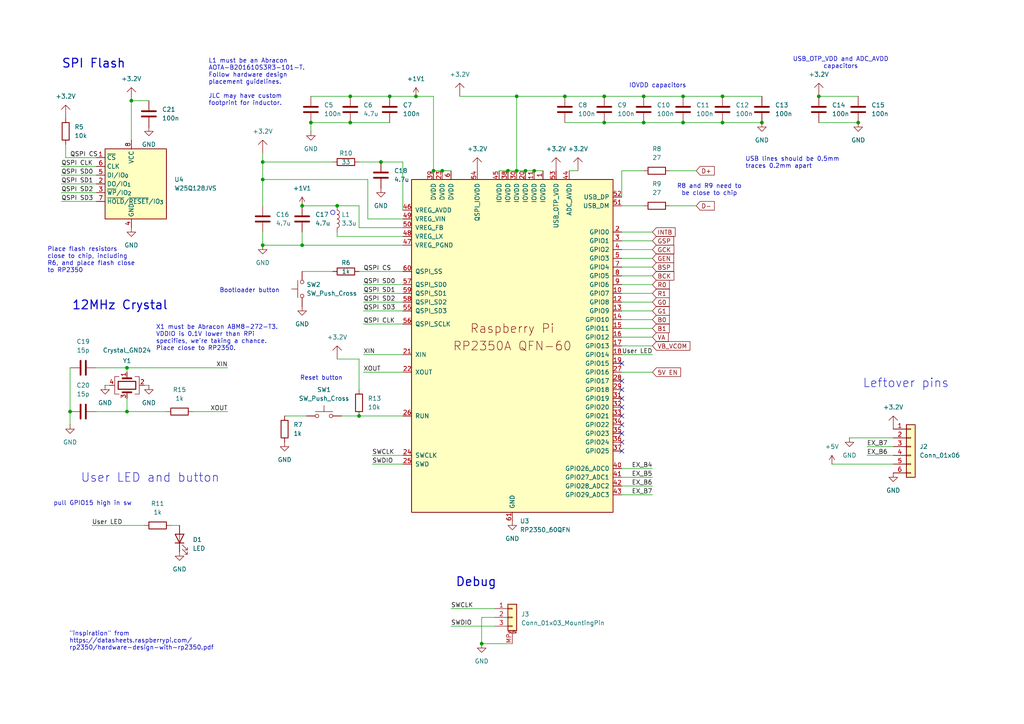
<source format=kicad_sch>
(kicad_sch (version 20250114) (generator "eeschema") (generator_version "9.0")
  (paper "A4")
  (lib_symbols
    (symbol "Connector_Generic:Conn_01x06" (pin_names (offset 1.016) (hide yes))
      (property "Reference" "J" (at 0 7.62 0))
      (property "Value" "Conn_01x06" (at 0 -10.16 0))
      (symbol "Conn_01x06_1_1"
        (rectangle (start -1.27 6.35) (end 1.27 -8.89) (stroke (width 0.254)) (fill (type background)))
        (rectangle (start -1.27 5.207) (end 0 4.953) (stroke (width 0.1524)))
        (rectangle (start -1.27 2.667) (end 0 2.413) (stroke (width 0.1524)))
        (rectangle (start -1.27 0.127) (end 0 -0.127) (stroke (width 0.1524)))
        (rectangle (start -1.27 -2.413) (end 0 -2.667) (stroke (width 0.1524)))
        (rectangle (start -1.27 -4.953) (end 0 -5.207) (stroke (width 0.1524)))
        (rectangle (start -1.27 -7.493) (end 0 -7.747) (stroke (width 0.1524)))
        (pin passive line (at -5.08 5.08 0) (length 3.81) (name "Pin_1") (number "1"))
        (pin passive line (at -5.08 2.54 0) (length 3.81) (name "Pin_2") (number "2"))
        (pin passive line (at -5.08 0 0) (length 3.81) (name "Pin_3") (number "3"))
        (pin passive line (at -5.08 -2.54 0) (length 3.81) (name "Pin_4") (number "4"))
        (pin passive line (at -5.08 -5.08 0) (length 3.81) (name "Pin_5") (number "5"))
        (pin passive line (at -5.08 -7.62 0) (length 3.81) (name "Pin_6") (number "6"))
      )
    )
    (symbol "Connector_Generic_MountingPin:Conn_01x03_MountingPin" (pin_names (offset 1.016) (hide yes))
      (property "Reference" "J" (at 0 5.08 0))
      (property "Value" "Conn_01x03_MountingPin" (at 1.27 -5.08 0))
      (symbol "Conn_01x03_MountingPin_1_1"
        (rectangle (start -1.27 3.81) (end 1.27 -3.81) (stroke (width 0.254)) (fill (type background)))
        (rectangle (start -1.27 2.667) (end 0 2.413) (stroke (width 0.1524)))
        (rectangle (start -1.27 0.127) (end 0 -0.127) (stroke (width 0.1524)))
        (rectangle (start -1.27 -2.413) (end 0 -2.667) (stroke (width 0.1524)))
        (polyline (pts (xy -1.016 -4.572) (xy 1.016 -4.572)) (stroke (width 0.1524)))
        (text "Mounting" (at 0 -4.191 0) (effects (font (size 0.381 0.381))))
        (pin passive line (at -5.08 2.54 0) (length 3.81) (name "Pin_1") (number "1"))
        (pin passive line (at -5.08 0 0) (length 3.81) (name "Pin_2") (number "2"))
        (pin passive line (at -5.08 -2.54 0) (length 3.81) (name "Pin_3") (number "3"))
        (pin passive line (at 0 -7.62 90) (length 3.048) (name "MountPin") (number "MP"))
      )
    )
    (symbol "Device:C" (pin_numbers (hide yes)) (pin_names (offset 0.254))
      (property "Reference" "C" (at 0.635 2.54 0))
      (property "Value" "C" (at 0.635 -2.54 0))
      (symbol "C_0_1"
        (polyline (pts (xy -2.032 0.762) (xy 2.032 0.762)) (stroke (width 0.508)))
        (polyline (pts (xy -2.032 -0.762) (xy 2.032 -0.762)) (stroke (width 0.508)))
      )
      (symbol "C_1_1"
        (pin passive line (at 0 3.81 270) (length 2.794) (name "~") (number "1"))
        (pin passive line (at 0 -3.81 90) (length 2.794) (name "~") (number "2"))
      )
    )
    (symbol "Device:Crystal_GND24" (pin_names (offset 1.016) (hide yes))
      (property "Reference" "Y" (at 3.175 5.08 0))
      (property "Value" "Crystal_GND24" (at 3.175 3.175 0))
      (symbol "Crystal_GND24_0_1"
        (polyline (pts (xy -2.54 2.286) (xy -2.54 3.556) (xy 2.54 3.556) (xy 2.54 2.286)))
        (polyline (pts (xy -2.54 0) (xy -2.032 0)))
        (polyline (pts (xy -2.54 -2.286) (xy -2.54 -3.556) (xy 2.54 -3.556) (xy 2.54 -2.286)))
        (polyline (pts (xy -2.032 -1.27) (xy -2.032 1.27)) (stroke (width 0.508)))
        (rectangle (start -1.143 2.54) (end 1.143 -2.54) (stroke (width 0.3048)))
        (polyline (pts (xy 0 3.556) (xy 0 3.81)))
        (polyline (pts (xy 0 -3.81) (xy 0 -3.556)))
        (polyline (pts (xy 2.032 0) (xy 2.54 0)))
        (polyline (pts (xy 2.032 -1.27) (xy 2.032 1.27)) (stroke (width 0.508)))
      )
      (symbol "Crystal_GND24_1_1"
        (pin passive line (at -3.81 0 0) (length 1.27) (name "1") (number "1"))
        (pin passive line (at 0 5.08 270) (length 1.27) (name "2") (number "2"))
        (pin passive line (at 0 -5.08 90) (length 1.27) (name "4") (number "4"))
        (pin passive line (at 3.81 0 180) (length 1.27) (name "3") (number "3"))
      )
    )
    (symbol "Device:L" (pin_numbers (hide yes)) (pin_names (offset 1.016) (hide yes))
      (property "Reference" "L" (at -1.27 0 90))
      (property "Value" "L" (at 1.905 0 90))
      (symbol "L_0_1"
        (arc (start 0 2.54) (mid 0.6323 1.905) (end 0 1.27))
        (arc (start 0 1.27) (mid 0.6323 0.635) (end 0 0))
        (arc (start 0 0) (mid 0.6323 -0.635) (end 0 -1.27))
        (arc (start 0 -1.27) (mid 0.6323 -1.905) (end 0 -2.54))
      )
      (symbol "L_1_1"
        (pin passive line (at 0 3.81 270) (length 1.27) (name "1") (number "1"))
        (pin passive line (at 0 -3.81 90) (length 1.27) (name "2") (number "2"))
      )
    )
    (symbol "Device:LED" (pin_numbers (hide yes)) (pin_names (offset 1.016) (hide yes))
      (property "Reference" "D" (at 0 2.54 0))
      (property "Value" "LED" (at 0 -2.54 0))
      (symbol "LED_0_1"
        (polyline (pts (xy -3.048 -0.762) (xy -4.572 -2.286) (xy -3.81 -2.286) (xy -4.572 -2.286) (xy -4.572 -1.524)))
        (polyline (pts (xy -1.778 -0.762) (xy -3.302 -2.286) (xy -2.54 -2.286) (xy -3.302 -2.286) (xy -3.302 -1.524)))
        (polyline (pts (xy -1.27 0) (xy 1.27 0)))
        (polyline (pts (xy -1.27 -1.27) (xy -1.27 1.27)) (stroke (width 0.254)))
        (polyline (pts (xy 1.27 -1.27) (xy 1.27 1.27) (xy -1.27 0) (xy 1.27 -1.27)) (stroke (width 0.254)))
      )
      (symbol "LED_1_1"
        (pin passive line (at -3.81 0 0) (length 2.54) (name "K") (number "1"))
        (pin passive line (at 3.81 0 180) (length 2.54) (name "A") (number "2"))
      )
    )
    (symbol "Device:R" (pin_numbers (hide yes)) (pin_names (offset 0))
      (property "Reference" "R" (at 2.032 0 90))
      (property "Value" "R" (at 0 0 90))
      (symbol "R_0_1"
        (rectangle (start -1.016 -2.54) (end 1.016 2.54) (stroke (width 0.254)))
      )
      (symbol "R_1_1"
        (pin passive line (at 0 3.81 270) (length 1.27) (name "~") (number "1"))
        (pin passive line (at 0 -3.81 90) (length 1.27) (name "~") (number "2"))
      )
    )
    (symbol "Memory_Flash:W25Q128JVS"
      (property "Reference" "U" (at -6.35 11.43 0))
      (property "Value" "W25Q128JVS" (at 7.62 11.43 0))
      (symbol "W25Q128JVS_0_1"
        (rectangle (start -7.62 10.16) (end 10.16 -10.16) (stroke (width 0.254)) (fill (type background)))
      )
      (symbol "W25Q128JVS_1_1"
        (pin input line (at -10.16 7.62 0) (length 2.54) (name "~{CS}") (number "1"))
        (pin input line (at -10.16 5.08 0) (length 2.54) (name "CLK") (number "6"))
        (pin bidirectional line (at -10.16 2.54 0) (length 2.54) (name "DI/IO_{0}") (number "5"))
        (pin bidirectional line (at -10.16 0 0) (length 2.54) (name "DO/IO_{1}") (number "2"))
        (pin bidirectional line (at -10.16 -2.54 0) (length 2.54) (name "~{WP}/IO_{2}") (number "3"))
        (pin bidirectional line (at -10.16 -5.08 0) (length 2.54) (name "~{HOLD}/~{RESET}/IO_{3}") (number "7"))
        (pin power_in line (at 0 12.7 270) (length 2.54) (name "VCC") (number "8"))
        (pin power_in line (at 0 -12.7 90) (length 2.54) (name "GND") (number "4"))
      )
    )
    (symbol "power:+1V1" (power) (pin_numbers (hide yes)) (pin_names (offset 0) (hide yes))
      (property "Value" "+1V1" (at 0 3.556 0))
      (symbol "+1V1_0_1"
        (polyline (pts (xy -0.762 1.27) (xy 0 2.54)))
        (polyline (pts (xy 0 2.54) (xy 0.762 1.27)))
        (polyline (pts (xy 0 0) (xy 0 2.54)))
      )
      (symbol "+1V1_1_1"
        (pin power_in line (at 0 0 90) (length 0) (name "~") (number "1"))
      )
    )
    (symbol "power:+5V" (power) (pin_numbers (hide yes)) (pin_names (offset 0) (hide yes))
      (property "Value" "+5V" (at 0 3.556 0))
      (symbol "+5V_0_1"
        (polyline (pts (xy -0.762 1.27) (xy 0 2.54)))
        (polyline (pts (xy 0 2.54) (xy 0.762 1.27)))
        (polyline (pts (xy 0 0) (xy 0 2.54)))
      )
      (symbol "+5V_1_1"
        (pin power_in line (at 0 0 90) (length 0) (name "~") (number "1"))
      )
    )
    (symbol "power:GND" (power) (pin_numbers (hide yes)) (pin_names (offset 0) (hide yes))
      (property "Value" "GND" (at 0 -3.81 0))
      (symbol "GND_0_1"
        (polyline (pts (xy 0 0) (xy 0 -1.27) (xy 1.27 -1.27) (xy 0 -2.54) (xy -1.27 -1.27) (xy 0 -1.27)))
      )
      (symbol "GND_1_1"
        (pin power_in line (at 0 0 270) (length 0) (name "~") (number "1"))
      )
    )
    (symbol "sharpie-hw:+3.2V" (power)
      (property "Value" "+3.2V" (at 0 0 0))
      (symbol "+3.2V_0_1"
        (polyline (pts (xy 0 0) (xy 0 3.81) (xy -1.27 2.54) (xy 0 3.81) (xy 1.27 2.54)))
      )
      (symbol "+3.2V_1_1"
        (pin power_in line (at 0 0 90) (length 0) (hide yes) (name "+3.2V") (number "1"))
      )
    )
    (symbol "sharpie-hw:RP2350_60QFN" (pin_names (offset 1.016))
      (property "Reference" "U" (at -29.21 49.53 0))
      (property "Value" "RP2350_60QFN" (at 24.13 -49.53 0))
      (symbol "RP2350_60QFN_0_0"
        (text "Raspberry Pi" (at 0 5.08 0) (effects (font (size 2.54 2.54))))
      )
      (symbol "RP2350_60QFN_0_1"
        (rectangle (start 29.21 48.26) (end -29.21 -48.26) (stroke (width 0.254)) (fill (type background)))
      )
      (symbol "RP2350_60QFN_1_0"
        (text "RP2350A QFN-60" (at 0 0 0) (effects (font (size 2.54 2.54))))
      )
      (symbol "RP2350_60QFN_1_1"
        (pin power_in line (at -31.75 39.37 0) (length 2.54) (name "VREG_AVDD") (number "46"))
        (pin power_in line (at -31.75 36.83 0) (length 2.54) (name "VREG_VIN") (number "49"))
        (pin input line (at -31.75 34.29 0) (length 2.54) (name "VREG_FB") (number "50"))
        (pin power_out line (at -31.75 31.75 0) (length 2.54) (name "VREG_LX") (number "48"))
        (pin power_in line (at -31.75 29.21 0) (length 2.54) (name "VREG_PGND") (number "47"))
        (pin bidirectional line (at -31.75 21.59 0) (length 2.54) (name "QSPI_SS") (number "60"))
        (pin bidirectional line (at -31.75 17.78 0) (length 2.54) (name "QSPI_SD0") (number "57"))
        (pin bidirectional line (at -31.75 15.24 0) (length 2.54) (name "QSPI_SD1") (number "59"))
        (pin bidirectional line (at -31.75 12.7 0) (length 2.54) (name "QSPI_SD2") (number "58"))
        (pin bidirectional line (at -31.75 10.16 0) (length 2.54) (name "QSPI_SD3") (number "55"))
        (pin output line (at -31.75 6.35 0) (length 2.54) (name "QSPI_SCLK") (number "56"))
        (pin input line (at -31.75 -2.54 0) (length 2.54) (name "XIN") (number "21"))
        (pin passive line (at -31.75 -7.62 0) (length 2.54) (name "XOUT") (number "22"))
        (pin input line (at -31.75 -20.32 0) (length 2.54) (name "RUN") (number "26"))
        (pin output line (at -31.75 -31.75 0) (length 2.54) (name "SWCLK") (number "24"))
        (pin bidirectional line (at -31.75 -34.29 0) (length 2.54) (name "SWD") (number "25"))
        (pin power_in line (at -22.86 50.8 270) (length 2.54) (name "DVDD") (number "39"))
        (pin power_in line (at -20.32 50.8 270) (length 2.54) (name "DVDD") (number "23"))
        (pin power_in line (at -17.78 50.8 270) (length 2.54) (name "DVDD") (number "6"))
        (pin power_in line (at -10.16 50.8 270) (length 2.54) (name "QSPI_IOVDD") (number "54"))
        (pin power_in line (at -3.81 50.8 270) (length 2.54) (name "IOVDD") (number "45"))
        (pin power_in line (at -1.27 50.8 270) (length 2.54) (name "IOVDD") (number "38"))
        (pin power_in line (at 0 -50.8 90) (length 2.54) (name "GND") (number "61"))
        (pin power_in line (at 1.27 50.8 270) (length 2.54) (name "IOVDD") (number "30"))
        (pin power_in line (at 3.81 50.8 270) (length 2.54) (name "IOVDD") (number "20"))
        (pin power_in line (at 6.35 50.8 270) (length 2.54) (name "IOVDD") (number "11"))
        (pin power_in line (at 8.89 50.8 270) (length 2.54) (name "IOVDD") (number "1"))
        (pin power_in line (at 12.7 50.8 270) (length 2.54) (name "USB_OTP_VDD") (number "53"))
        (pin power_in line (at 16.51 50.8 270) (length 2.54) (name "ADC_AVDD") (number "44"))
        (pin bidirectional line (at 31.75 43.18 180) (length 2.54) (name "USB_DP") (number "52"))
        (pin bidirectional line (at 31.75 40.64 180) (length 2.54) (name "USB_DM") (number "51"))
        (pin bidirectional line (at 31.75 33.02 180) (length 2.54) (name "GPIO0") (number "2"))
        (pin bidirectional line (at 31.75 30.48 180) (length 2.54) (name "GPIO1") (number "3"))
        (pin bidirectional line (at 31.75 27.94 180) (length 2.54) (name "GPIO2") (number "4"))
        (pin bidirectional line (at 31.75 25.4 180) (length 2.54) (name "GPIO3") (number "5"))
        (pin bidirectional line (at 31.75 22.86 180) (length 2.54) (name "GPIO4") (number "7"))
        (pin bidirectional line (at 31.75 20.32 180) (length 2.54) (name "GPIO5") (number "8"))
        (pin bidirectional line (at 31.75 17.78 180) (length 2.54) (name "GPIO6") (number "9"))
        (pin bidirectional line (at 31.75 15.24 180) (length 2.54) (name "GPIO7") (number "10"))
        (pin bidirectional line (at 31.75 12.7 180) (length 2.54) (name "GPIO8") (number "12"))
        (pin bidirectional line (at 31.75 10.16 180) (length 2.54) (name "GPIO9") (number "13"))
        (pin bidirectional line (at 31.75 7.62 180) (length 2.54) (name "GPIO10") (number "14"))
        (pin bidirectional line (at 31.75 5.08 180) (length 2.54) (name "GPIO11") (number "15"))
        (pin bidirectional line (at 31.75 2.54 180) (length 2.54) (name "GPIO12") (number "16"))
        (pin bidirectional line (at 31.75 0 180) (length 2.54) (name "GPIO13") (number "17"))
        (pin bidirectional line (at 31.75 -2.54 180) (length 2.54) (name "GPIO14") (number "18"))
        (pin bidirectional line (at 31.75 -5.08 180) (length 2.54) (name "GPIO15") (number "19"))
        (pin bidirectional line (at 31.75 -7.62 180) (length 2.54) (name "GPIO16") (number "27"))
        (pin bidirectional line (at 31.75 -10.16 180) (length 2.54) (name "GPIO17") (number "28"))
        (pin bidirectional line (at 31.75 -12.7 180) (length 2.54) (name "GPIO18") (number "29"))
        (pin bidirectional line (at 31.75 -15.24 180) (length 2.54) (name "GPIO19") (number "31"))
        (pin bidirectional line (at 31.75 -17.78 180) (length 2.54) (name "GPIO20") (number "32"))
        (pin bidirectional line (at 31.75 -20.32 180) (length 2.54) (name "GPIO21") (number "33"))
        (pin bidirectional line (at 31.75 -22.86 180) (length 2.54) (name "GPIO22") (number "34"))
        (pin bidirectional line (at 31.75 -25.4 180) (length 2.54) (name "GPIO23") (number "35"))
        (pin bidirectional line (at 31.75 -27.94 180) (length 2.54) (name "GPIO24") (number "36"))
        (pin bidirectional line (at 31.75 -30.48 180) (length 2.54) (name "GPIO25") (number "37"))
        (pin bidirectional line (at 31.75 -35.56 180) (length 2.54) (name "GPIO26_ADC0") (number "40"))
        (pin bidirectional line (at 31.75 -38.1 180) (length 2.54) (name "GPIO27_ADC1") (number "41"))
        (pin bidirectional line (at 31.75 -40.64 180) (length 2.54) (name "GPIO28_ADC2") (number "42"))
        (pin bidirectional line (at 31.75 -43.18 180) (length 2.54) (name "GPIO29_ADC3") (number "43"))
      )
    )
    (symbol "sharpie-hw:SW_Push_Cross" (pin_numbers (hide yes)) (pin_names (offset 1.016) (hide yes))
      (property "Reference" "SW" (at 1.27 2.54 0))
      (property "Value" "SW_Push_Cross" (at 0 -1.524 0))
      (symbol "SW_Push_Cross_0_1"
        (circle (center -2.032 0) (radius 0.508))
        (polyline (pts (xy 0 1.27) (xy 0 3.048)))
        (circle (center 2.032 0) (radius 0.508))
        (polyline (pts (xy 2.54 1.27) (xy -2.54 1.27)))
        (pin passive line (at -5.08 0 0) (length 2.54) (name "1") (number "1"))
      )
      (symbol "SW_Push_Cross_1_1"
        (pin passive line (at 5.08 0 180) (length 2.54) (name "2") (number "2"))
      )
    )
  )
  (circle (center 96.52 61.595) (radius 0.635) (fill (type color)))
  (text "Leftover pins" (at 250.19 111.252 0) (effects (font (size 2.54 2.54)) (justify left)))
  (text "L1 must be an Abracon\nAOTA-B201610S3R3-101-T.\nFollow hardware design\nplacement guidelines.\n\nJLC may have custom\nfootprint for inductor." (at 60.452 23.876 0) (effects (font (size 1.27 1.27)) (justify left)))
  (text "IOVDD capacitors" (at 190.754 24.892 0) (effects (font (size 1.27 1.27))))
  (text "Place flash resistors\nclose to chip, including\nR6, and place flash close\nto RP2350" (at 13.716 75.438 0) (effects (font (size 1.27 1.27)) (justify left)))
  (text "Reset button" (at 93.218 109.728 0) (effects (font (size 1.27 1.27))))
  (text "User LED and button" (at 23.368 138.684 0) (effects (font (size 2.54 2.54)) (justify left)))
  (text "12MHz Crystal" (at 34.798 88.646 0) (effects (font (size 2.54 2.54) (thickness 0.3175))))
  (text "Bootloader button" (at 72.39 84.328 0) (effects (font (size 1.27 1.27))))
  (text "\"inspiration\" from\nhttps://datasheets.raspberrypi.com/\nrp2350/hardware-design-with-rp2350.pdf" (at 20.066 185.928 0) (effects (font (size 1.27 1.27)) (justify left)))
  (text "pull GPIO15 high in sw" (at 15.494 146.05 0) (effects (font (size 1.27 1.27)) (justify left)))
  (text "SPI Flash" (at 27.178 18.542 0) (effects (font (size 2.54 2.54) (thickness 0.3175))))
  (text "USB lines should be 0.5mm \ntraces 0.2mm apart" (at 216.154 47.244 0) (effects (font (size 1.27 1.27)) (justify left)))
  (text "Debug" (at 132.08 168.91 0) (effects (font (size 2.54 2.54) (thickness 0.3175)) (justify left)))
  (text "USB_OTP_VDD and ADC_AVDD\ncapacitors" (at 243.84 18.288 0) (effects (font (size 1.27 1.27))))
  (text "X1 must be Abracon ABM8-272-T3.\nVDDIO is 0.1V lower than RPi\nspecifies, we're taking a chance.\nPlace close to RP2350." (at 45.212 98.044 0) (effects (font (size 1.27 1.27)) (justify left)))
  (text "R8 and R9 need to\nbe close to chip" (at 205.74 55.118 0) (effects (font (size 1.27 1.27))))
  (junction (at 163.83 27.94))
  (junction (at 36.83 106.68))
  (junction (at 152.4 49.53))
  (junction (at 36.83 119.38))
  (junction (at 209.55 27.94))
  (junction (at 87.63 59.69))
  (junction (at 110.49 46.99))
  (junction (at 186.69 35.56))
  (junction (at 139.7 186.69))
  (junction (at 125.73 49.53))
  (junction (at 76.2 71.12))
  (junction (at 220.98 35.56))
  (junction (at 198.12 35.56))
  (junction (at 87.63 71.12))
  (junction (at 209.55 35.56))
  (junction (at 101.6 27.94))
  (junction (at 128.27 49.53))
  (junction (at 237.49 27.94))
  (junction (at 175.26 27.94))
  (junction (at 198.12 27.94))
  (junction (at 147.32 49.53))
  (junction (at 97.79 59.69))
  (junction (at 90.17 35.56))
  (junction (at 186.69 27.94))
  (junction (at 149.86 49.53))
  (junction (at 154.94 49.53))
  (junction (at 20.32 119.38))
  (junction (at 149.86 27.94))
  (junction (at 113.03 27.94))
  (junction (at 175.26 35.56))
  (junction (at 104.14 120.65))
  (junction (at 76.2 46.99))
  (junction (at 248.92 35.56))
  (junction (at 101.6 35.56))
  (junction (at 76.2 52.07))
  (junction (at 120.65 27.94))
  (junction (at 38.1 29.21))
  (no_connect (at 180.34 123.19))
  (no_connect (at 180.34 128.27))
  (no_connect (at 180.34 130.81))
  (no_connect (at 180.34 118.11))
  (no_connect (at 180.34 115.57))
  (no_connect (at 180.34 110.49))
  (no_connect (at 180.34 105.41))
  (no_connect (at 180.34 113.03))
  (no_connect (at 180.34 125.73))
  (no_connect (at 180.34 120.65))
  (wire (pts (xy 116.84 46.99) (xy 110.49 46.99)))
  (wire (pts (xy 17.78 55.88) (xy 27.94 55.88)))
  (wire (pts (xy 104.14 104.14) (xy 97.79 104.14)))
  (wire (pts (xy 125.73 27.94) (xy 120.65 27.94)))
  (wire (pts (xy 180.34 87.63) (xy 189.23 87.63)))
  (wire (pts (xy 144.78 49.53) (xy 147.32 49.53)))
  (wire (pts (xy 17.78 50.8) (xy 27.94 50.8)))
  (wire (pts (xy 105.41 87.63) (xy 116.84 87.63)))
  (wire (pts (xy 17.78 48.26) (xy 27.94 48.26)))
  (wire (pts (xy 76.2 52.07) (xy 76.2 59.69)))
  (wire (pts (xy 116.84 46.99) (xy 116.84 60.96)))
  (wire (pts (xy 82.55 120.65) (xy 88.9 120.65)))
  (wire (pts (xy 76.2 67.31) (xy 76.2 71.12)))
  (wire (pts (xy 30.48 111.76) (xy 31.75 111.76)))
  (wire (pts (xy 180.34 138.43) (xy 189.23 138.43)))
  (wire (pts (xy 180.34 90.17) (xy 189.23 90.17)))
  (wire (pts (xy 87.63 78.74) (xy 96.52 78.74)))
  (wire (pts (xy 106.68 63.5) (xy 116.84 63.5)))
  (wire (pts (xy 104.14 120.65) (xy 116.84 120.65)))
  (wire (pts (xy 194.31 59.69) (xy 201.93 59.69)))
  (wire (pts (xy 20.32 123.19) (xy 20.32 119.38)))
  (wire (pts (xy 105.41 85.09) (xy 116.84 85.09)))
  (wire (pts (xy 105.41 82.55) (xy 116.84 82.55)))
  (wire (pts (xy 198.12 35.56) (xy 209.55 35.56)))
  (wire (pts (xy 180.34 57.15) (xy 180.34 49.53)))
  (wire (pts (xy 97.79 68.58) (xy 116.84 68.58)))
  (wire (pts (xy 76.2 46.99) (xy 96.52 46.99)))
  (wire (pts (xy 125.73 49.53) (xy 128.27 49.53)))
  (wire (pts (xy 186.69 27.94) (xy 198.12 27.94)))
  (wire (pts (xy 87.63 71.12) (xy 116.84 71.12)))
  (wire (pts (xy 149.86 27.94) (xy 149.86 49.53)))
  (wire (pts (xy 175.26 35.56) (xy 186.69 35.56)))
  (wire (pts (xy 246.38 127) (xy 259.08 127)))
  (wire (pts (xy 180.34 143.51) (xy 189.23 143.51)))
  (wire (pts (xy 110.49 46.99) (xy 104.14 46.99)))
  (wire (pts (xy 105.41 93.98) (xy 116.84 93.98)))
  (wire (pts (xy 38.1 29.21) (xy 38.1 40.64)))
  (wire (pts (xy 130.81 176.53) (xy 143.51 176.53)))
  (wire (pts (xy 38.1 29.21) (xy 43.18 29.21)))
  (wire (pts (xy 180.34 77.47) (xy 189.23 77.47)))
  (wire (pts (xy 251.46 132.08) (xy 259.08 132.08)))
  (wire (pts (xy 41.91 111.76) (xy 43.18 111.76)))
  (wire (pts (xy 180.34 92.71) (xy 189.23 92.71)))
  (wire (pts (xy 107.95 132.08) (xy 116.84 132.08)))
  (wire (pts (xy 180.34 85.09) (xy 189.23 85.09)))
  (wire (pts (xy 19.05 45.72) (xy 27.94 45.72)))
  (wire (pts (xy 241.3 134.62) (xy 259.08 134.62)))
  (wire (pts (xy 163.83 27.94) (xy 175.26 27.94)))
  (wire (pts (xy 251.46 129.54) (xy 259.08 129.54)))
  (wire (pts (xy 97.79 67.31) (xy 97.79 68.58)))
  (wire (pts (xy 87.63 59.69) (xy 97.79 59.69)))
  (wire (pts (xy 116.84 66.04) (xy 104.14 66.04)))
  (wire (pts (xy 105.41 107.95) (xy 116.84 107.95)))
  (wire (pts (xy 99.06 120.65) (xy 104.14 120.65)))
  (wire (pts (xy 209.55 27.94) (xy 220.98 27.94)))
  (wire (pts (xy 20.32 106.68) (xy 20.32 119.38)))
  (wire (pts (xy 198.12 27.94) (xy 209.55 27.94)))
  (wire (pts (xy 165.1 49.53) (xy 167.64 49.53)))
  (wire (pts (xy 87.63 67.31) (xy 87.63 71.12)))
  (wire (pts (xy 180.34 97.79) (xy 189.23 97.79)))
  (wire (pts (xy 147.32 49.53) (xy 149.86 49.53)))
  (wire (pts (xy 133.35 27.94) (xy 149.86 27.94)))
  (wire (pts (xy 139.7 179.07) (xy 139.7 186.69)))
  (wire (pts (xy 180.34 59.69) (xy 186.69 59.69)))
  (wire (pts (xy 237.49 27.94) (xy 248.92 27.94)))
  (wire (pts (xy 76.2 52.07) (xy 106.68 52.07)))
  (wire (pts (xy 105.41 90.17) (xy 116.84 90.17)))
  (wire (pts (xy 101.6 35.56) (xy 113.03 35.56)))
  (wire (pts (xy 104.14 66.04) (xy 104.14 59.69)))
  (wire (pts (xy 149.86 49.53) (xy 152.4 49.53)))
  (wire (pts (xy 180.34 49.53) (xy 186.69 49.53)))
  (wire (pts (xy 26.67 152.4) (xy 41.91 152.4)))
  (wire (pts (xy 27.94 106.68) (xy 36.83 106.68)))
  (wire (pts (xy 76.2 46.99) (xy 76.2 52.07)))
  (wire (pts (xy 180.34 69.85) (xy 189.23 69.85)))
  (wire (pts (xy 36.83 106.68) (xy 66.04 106.68)))
  (wire (pts (xy 143.51 179.07) (xy 139.7 179.07)))
  (wire (pts (xy 180.34 95.25) (xy 189.23 95.25)))
  (wire (pts (xy 101.6 27.94) (xy 113.03 27.94)))
  (wire (pts (xy 149.86 27.94) (xy 163.83 27.94)))
  (wire (pts (xy 17.78 58.42) (xy 27.94 58.42)))
  (wire (pts (xy 105.41 102.87) (xy 116.84 102.87)))
  (wire (pts (xy 209.55 35.56) (xy 220.98 35.56)))
  (wire (pts (xy 180.34 80.01) (xy 189.23 80.01)))
  (wire (pts (xy 180.34 102.87) (xy 189.23 102.87)))
  (wire (pts (xy 180.34 140.97) (xy 189.23 140.97)))
  (wire (pts (xy 130.81 181.61) (xy 143.51 181.61)))
  (wire (pts (xy 180.34 67.31) (xy 189.23 67.31)))
  (wire (pts (xy 17.78 53.34) (xy 27.94 53.34)))
  (wire (pts (xy 90.17 27.94) (xy 101.6 27.94)))
  (wire (pts (xy 180.34 107.95) (xy 189.23 107.95)))
  (wire (pts (xy 180.34 82.55) (xy 189.23 82.55)))
  (wire (pts (xy 36.83 119.38) (xy 48.26 119.38)))
  (wire (pts (xy 55.88 119.38) (xy 66.04 119.38)))
  (wire (pts (xy 113.03 27.94) (xy 120.65 27.94)))
  (wire (pts (xy 107.95 134.62) (xy 116.84 134.62)))
  (wire (pts (xy 180.34 74.93) (xy 189.23 74.93)))
  (wire (pts (xy 194.31 49.53) (xy 201.93 49.53)))
  (wire (pts (xy 76.2 71.12) (xy 87.63 71.12)))
  (wire (pts (xy 163.83 35.56) (xy 175.26 35.56)))
  (wire (pts (xy 139.7 186.69) (xy 148.59 186.69)))
  (wire (pts (xy 90.17 35.56) (xy 101.6 35.56)))
  (wire (pts (xy 49.53 152.4) (xy 52.07 152.4)))
  (wire (pts (xy 152.4 49.53) (xy 154.94 49.53)))
  (wire (pts (xy 128.27 49.53) (xy 130.81 49.53)))
  (wire (pts (xy 125.73 27.94) (xy 125.73 49.53)))
  (wire (pts (xy 36.83 106.68) (xy 36.83 107.95)))
  (wire (pts (xy 186.69 35.56) (xy 198.12 35.56)))
  (wire (pts (xy 180.34 72.39) (xy 189.23 72.39)))
  (wire (pts (xy 76.2 44.45) (xy 76.2 46.99)))
  (wire (pts (xy 175.26 27.94) (xy 186.69 27.94)))
  (wire (pts (xy 154.94 49.53) (xy 157.48 49.53)))
  (wire (pts (xy 97.79 59.69) (xy 104.14 59.69)))
  (wire (pts (xy 104.14 113.03) (xy 104.14 104.14)))
  (wire (pts (xy 104.14 78.74) (xy 116.84 78.74)))
  (wire (pts (xy 27.94 119.38) (xy 36.83 119.38)))
  (wire (pts (xy 237.49 35.56) (xy 248.92 35.56)))
  (wire (pts (xy 36.83 115.57) (xy 36.83 119.38)))
  (wire (pts (xy 180.34 135.89) (xy 189.23 135.89)))
  (wire (pts (xy 106.68 63.5) (xy 106.68 52.07)))
  (wire (pts (xy 180.34 100.33) (xy 189.23 100.33)))
  (wire (pts (xy 19.05 41.91) (xy 19.05 45.72)))
  (wire (pts (xy 90.17 35.56) (xy 90.17 38.1)))
  (label "EX_B5" (at 189.23 138.43 180))
  (label "QSPI SD2" (at 17.78 55.88 0))
  (label "QSPI CS" (at 105.41 78.74 0))
  (label "QSPI SD0" (at 105.41 82.55 0))
  (label "QSPI SD1" (at 17.78 53.34 0))
  (label "XIN" (at 66.04 106.68 180))
  (label "XOUT" (at 105.41 107.95 0))
  (label "XOUT" (at 66.04 119.38 180))
  (label "EX_B7" (at 189.23 143.51 180))
  (label "SWCLK" (at 130.81 176.53 0))
  (label "User LED" (at 26.67 152.4 0))
  (label "SWDIO" (at 130.81 181.61 0))
  (label "EX_B7" (at 251.46 129.54 0))
  (label "User LED" (at 189.23 102.87 180))
  (label "QSPI SD3" (at 17.78 58.42 0))
  (label "QSPI SD3" (at 105.41 90.17 0))
  (label "QSPI CLK" (at 105.41 93.98 0))
  (label "QSPI CLK" (at 17.78 48.26 0))
  (label "EX_B4" (at 189.23 135.89 180))
  (label "SWCLK" (at 107.95 132.08 0))
  (label "EX_B6" (at 251.46 132.08 0))
  (label "SWDIO" (at 107.95 134.62 0))
  (label "QSPI SD0" (at 17.78 50.8 0))
  (label "QSPI CS" (at 20.32 45.72 0))
  (label "QSPI SD2" (at 105.41 87.63 0))
  (label "EX_B6" (at 189.23 140.97 180))
  (label "QSPI SD1" (at 105.41 85.09 0))
  (label "XIN" (at 105.41 102.87 0))
  (global_label "BSP" (shape input) (at 189.23 77.47 0) (property "Intersheetrefs" "${INTERSHEET_REFS}" (effects (hide yes))))
  (global_label "INTB" (shape input) (at 189.23 67.31 0) (property "Intersheetrefs" "${INTERSHEET_REFS}" (effects (hide yes))))
  (global_label "GEN" (shape input) (at 189.23 74.93 0) (property "Intersheetrefs" "${INTERSHEET_REFS}" (effects (hide yes))))
  (global_label "G1" (shape input) (at 189.23 90.17 0) (property "Intersheetrefs" "${INTERSHEET_REFS}" (effects (hide yes))))
  (global_label "G0" (shape input) (at 189.23 87.63 0) (property "Intersheetrefs" "${INTERSHEET_REFS}" (effects (hide yes))))
  (global_label "R0" (shape input) (at 189.23 82.55 0) (property "Intersheetrefs" "${INTERSHEET_REFS}" (effects (hide yes))))
  (global_label "D+" (shape input) (at 201.93 49.53 0) (property "Intersheetrefs" "${INTERSHEET_REFS}" (effects (hide yes))))
  (global_label "B0" (shape input) (at 189.23 92.71 0) (property "Intersheetrefs" "${INTERSHEET_REFS}" (effects (hide yes))))
  (global_label "VB_VCOM" (shape input) (at 189.23 100.33 0) (property "Intersheetrefs" "${INTERSHEET_REFS}" (effects (hide yes))))
  (global_label "GCK" (shape input) (at 189.23 72.39 0) (property "Intersheetrefs" "${INTERSHEET_REFS}" (effects (hide yes))))
  (global_label "5V EN" (shape input) (at 189.23 107.95 0) (property "Intersheetrefs" "${INTERSHEET_REFS}" (effects (hide yes))))
  (global_label "GSP" (shape input) (at 189.23 69.85 0) (property "Intersheetrefs" "${INTERSHEET_REFS}" (effects (hide yes))))
  (global_label "D-" (shape input) (at 201.93 59.69 0) (property "Intersheetrefs" "${INTERSHEET_REFS}" (effects (hide yes))))
  (global_label "B1" (shape input) (at 189.23 95.25 0) (property "Intersheetrefs" "${INTERSHEET_REFS}" (effects (hide yes))))
  (global_label "VA" (shape input) (at 189.23 97.79 0) (property "Intersheetrefs" "${INTERSHEET_REFS}" (effects (hide yes))))
  (global_label "R1" (shape input) (at 189.23 85.09 0) (property "Intersheetrefs" "${INTERSHEET_REFS}" (effects (hide yes))))
  (global_label "BCK" (shape input) (at 189.23 80.01 0) (property "Intersheetrefs" "${INTERSHEET_REFS}" (effects (hide yes))))
  (symbol (lib_id "Device:R") (at 104.14 116.84 0) (unit 1)
    (property "Reference" "R13" (at 106.68 115.5699 0) (effects (justify left)))
    (property "Value" "10k" (at 106.68 118.1099 0) (effects (justify left)))
    (property "Footprint" "Resistor_SMD:R_0402_1005Metric" (effects (hide yes)))
    (property "Description" "Resistor" (effects (hide yes)))
    (property "JLCPCB Part #" "C25744" (effects (hide yes)))
  )
  (symbol (lib_id "Device:R") (at 45.72 152.4 90) (unit 1)
    (property "Reference" "R11" (at 45.72 146.05 90))
    (property "Value" "1k" (at 45.72 148.59 90))
    (property "Footprint" "Resistor_SMD:R_0402_1005Metric" (effects (hide yes)))
    (property "Description" "Resistor" (effects (hide yes)))
    (property "JLCPCB Part #" "C11702" (effects (hide yes)))
  )
  (symbol (lib_id "Device:R") (at 52.07 119.38 90) (unit 1)
    (property "Reference" "R15" (at 52.07 113.03 90))
    (property "Value" "1k" (at 52.07 115.57 90))
    (property "Footprint" "Resistor_SMD:R_0402_1005Metric" (effects (hide yes)))
    (property "Description" "Resistor" (effects (hide yes)))
    (property "JLCPCB Part #" "C11702" (effects (hide yes)))
  )
  (symbol (lib_id "sharpie-hw:+3.2V") (at 161.29 49.53 0) (unit 1)
    (property "Reference" "#PWR019" (effects (hide yes)))
    (property "Value" "+3.2V" (at 161.29 43.18 0))
  )
  (symbol (lib_id "sharpie-hw:+3.2V") (at 19.05 34.29 0) (unit 1)
    (property "Reference" "#PWR015" (effects (hide yes)))
    (property "Value" "+3.2V" (at 19.05 27.94 0))
  )
  (symbol (lib_id "power:GND") (at 259.08 137.16 0) (unit 1)
    (property "Reference" "#PWR060" (effects (hide yes)))
    (property "Value" "GND" (at 259.08 142.24 0))
    (property "Description" "Power symbol creates a global label with name \"GND\" , ground" (effects (hide yes)))
  )
  (symbol (lib_id "Device:C") (at 163.83 31.75 0) (unit 1)
    (property "Reference" "C8" (at 167.64 30.4799 0) (effects (justify left)))
    (property "Value" "100n" (at 167.64 33.0199 0) (effects (justify left)))
    (property "Footprint" "Capacitor_SMD:C_0402_1005Metric" (effects (hide yes)))
    (property "Description" "Unpolarized capacitor" (effects (hide yes)))
    (property "JLCPCB Part #" "C1525" (effects (hide yes)))
  )
  (symbol (lib_id "sharpie-hw:+3.2V") (at 133.35 27.94 0) (unit 1)
    (property "Reference" "#PWR011" (effects (hide yes)))
    (property "Value" "+3.2V" (at 133.35 21.59 0))
  )
  (symbol (lib_id "Device:C") (at 24.13 106.68 90) (unit 1)
    (property "Reference" "C19" (at 24.13 99.06 90))
    (property "Value" "15p" (at 24.13 101.6 90))
    (property "Footprint" "Capacitor_SMD:C_0402_1005Metric" (effects (hide yes)))
    (property "Description" "Unpolarized capacitor" (effects (hide yes)))
    (property "JLCPCB Part #" "C1548" (effects (hide yes)))
  )
  (symbol (lib_id "power:GND") (at 139.7 186.69 0) (unit 1)
    (property "Reference" "#PWR036" (effects (hide yes)))
    (property "Value" "GND" (at 139.7 191.77 0))
    (property "Description" "Power symbol creates a global label with name \"GND\" , ground" (effects (hide yes)))
  )
  (symbol (lib_id "Connector_Generic_MountingPin:Conn_01x03_MountingPin") (at 148.59 179.07 0) (unit 1)
    (property "Reference" "J3" (at 151.13 178.1555 0) (effects (justify left)))
    (property "Value" "Conn_01x03_MountingPin" (at 151.13 180.6955 0) (effects (justify left)))
    (property "Footprint" "Connector_JST:JST_SH_SM03B-SRSS-TB_1x03-1MP_P1.00mm_Horizontal" (effects (hide yes)))
    (property "Description" "Generic connectable mounting pin connector, single row, 01x03, script generated (kicad-library-utils/schlib/autogen/connector/)" (effects (hide yes)))
    (property "JLCPCB Part #" "C160403" (effects (hide yes)))
  )
  (symbol (lib_id "Device:C") (at 90.17 31.75 0) (unit 1)
    (property "Reference" "C5" (at 93.98 30.4799 0) (effects (justify left)))
    (property "Value" "100n" (at 93.98 33.0199 0) (effects (justify left)))
    (property "Footprint" "Capacitor_SMD:C_0402_1005Metric" (effects (hide yes)))
    (property "Description" "Unpolarized capacitor" (effects (hide yes)))
    (property "JLCPCB Part #" "C1525" (effects (hide yes)))
  )
  (symbol (lib_id "Device:C") (at 110.49 50.8 0) (unit 1)
    (property "Reference" "C18" (at 114.3 49.5299 0) (effects (justify left)))
    (property "Value" "4.7u" (at 114.3 52.0699 0) (effects (justify left)))
    (property "Footprint" "Capacitor_SMD:C_0402_1005Metric" (effects (hide yes)))
    (property "Description" "Unpolarized capacitor" (effects (hide yes)))
    (property "JLCPCB Part #" "C23733" (effects (hide yes)))
  )
  (symbol (lib_id "power:+5V") (at 241.3 134.62 0) (unit 1)
    (property "Reference" "#PWR03" (effects (hide yes)))
    (property "Value" "+5V" (at 241.3 129.54 0))
    (property "Description" "Power symbol creates a global label with name \"+5V\"" (effects (hide yes)))
  )
  (symbol (lib_id "power:+1V1") (at 87.63 59.69 0) (unit 1)
    (property "Reference" "#PWR028" (effects (hide yes)))
    (property "Value" "+1V1" (at 87.63 54.61 0))
    (property "Description" "Power symbol creates a global label with name \"+1V1\"" (effects (hide yes)))
  )
  (symbol (lib_id "Device:R") (at 100.33 78.74 90) (unit 1)
    (property "Reference" "R6" (at 100.33 76.2 90))
    (property "Value" "1k" (at 100.33 78.74 90))
    (property "Footprint" "Resistor_SMD:R_0402_1005Metric" (effects (hide yes)))
    (property "Description" "Resistor" (effects (hide yes)))
    (property "JLCPCB Part #" "C11702" (effects (hide yes)))
  )
  (symbol (lib_id "power:GND") (at 110.49 54.61 0) (unit 1)
    (property "Reference" "#PWR029" (effects (hide yes)))
    (property "Value" "GND" (at 110.49 59.69 0))
    (property "Description" "Power symbol creates a global label with name \"GND\" , ground" (effects (hide yes)))
  )
  (symbol (lib_id "Device:R") (at 19.05 38.1 0) (unit 1)
    (property "Reference" "R5" (at 21.59 36.8299 0) (effects (justify left)))
    (property "Value" "10k" (at 21.59 39.3699 0) (effects (justify left)))
    (property "Footprint" "Resistor_SMD:R_0402_1005Metric" (effects (hide yes)))
    (property "Description" "Resistor" (effects (hide yes)))
    (property "JLCPCB Part #" "C25744" (effects (hide yes)))
  )
  (symbol (lib_id "Device:LED") (at 52.07 156.21 90) (unit 1)
    (property "Reference" "D1" (at 55.88 156.5274 90) (effects (justify right)))
    (property "Value" "LED" (at 55.88 159.0674 90) (effects (justify right)))
    (property "Footprint" "LED_SMD:LED_0805_2012Metric" (effects (hide yes)))
    (property "Description" "Light emitting diode" (effects (hide yes)))
    (property "JLCPCB Part #" "C2297" (effects (hide yes)))
    (property "Sim.Pins" "1=K 2=A" (effects (hide yes)))
  )
  (symbol (lib_id "Device:C") (at 101.6 31.75 0) (unit 1)
    (property "Reference" "C6" (at 105.41 30.4799 0) (effects (justify left)))
    (property "Value" "4.7u" (at 105.41 33.0199 0) (effects (justify left)))
    (property "Footprint" "Capacitor_SMD:C_0402_1005Metric" (effects (hide yes)))
    (property "Description" "Unpolarized capacitor" (effects (hide yes)))
    (property "JLCPCB Part #" "C23733" (effects (hide yes)))
  )
  (symbol (lib_id "Device:C") (at 43.18 33.02 0) (unit 1)
    (property "Reference" "C21" (at 46.99 31.7499 0) (effects (justify left)))
    (property "Value" "100n" (at 46.99 34.2899 0) (effects (justify left)))
    (property "Footprint" "Capacitor_SMD:C_0402_1005Metric" (effects (hide yes)))
    (property "Description" "Unpolarized capacitor" (effects (hide yes)))
    (property "JLCPCB Part #" "C1525" (effects (hide yes)))
  )
  (symbol (lib_id "sharpie-hw:SW_Push_Cross") (at 93.98 120.65 0) (unit 1)
    (property "Reference" "SW1" (at 93.98 113.03 0))
    (property "Value" "SW_Push_Cross" (at 93.98 115.57 0))
    (property "Footprint" "Button_Switch_THT:SW_PUSH_6mm" (effects (hide yes)))
    (property "Description" "Push button switch, generic, two pins, modified to use pins 1 & 3" (effects (hide yes)))
  )
  (symbol (lib_id "power:GND") (at 82.55 128.27 0) (unit 1)
    (property "Reference" "#PWR017" (effects (hide yes)))
    (property "Value" "GND" (at 82.55 133.35 0))
    (property "Description" "Power symbol creates a global label with name \"GND\" , ground" (effects (hide yes)))
  )
  (symbol (lib_id "Device:C") (at 220.98 31.75 0) (unit 1)
    (property "Reference" "C13" (at 224.79 30.4799 0) (effects (justify left)))
    (property "Value" "100n" (at 224.79 33.0199 0) (effects (justify left)))
    (property "Footprint" "Capacitor_SMD:C_0402_1005Metric" (effects (hide yes)))
    (property "Description" "Unpolarized capacitor" (effects (hide yes)))
    (property "JLCPCB Part #" "C1525" (effects (hide yes)))
  )
  (symbol (lib_id "sharpie-hw:RP2350_60QFN") (at 148.59 100.33 0) (unit 1)
    (property "Reference" "U3" (at 150.7841 151.13 0) (effects (justify left)))
    (property "Value" "RP2350_60QFN" (at 150.7841 153.67 0) (effects (justify left)))
    (property "Footprint" "Sharpie:RP2350-QFN-60-1EP_7x7_P0.4mm_EP3.4x3.4mm_ThermalVias" (effects (hide yes)))
    (property "Description" "Copied from the RP2350 minimal hardware example" (effects (hide yes)))
    (property "JLCPCB Part #" "C42411118" (effects (hide yes)))
  )
  (symbol (lib_id "power:GND") (at 246.38 127 0) (unit 1)
    (property "Reference" "#PWR035" (effects (hide yes)))
    (property "Value" "GND" (at 246.38 132.08 0))
    (property "Description" "Power symbol creates a global label with name \"GND\" , ground" (effects (hide yes)))
  )
  (symbol (lib_id "Device:C") (at 76.2 63.5 0) (unit 1)
    (property "Reference" "C16" (at 80.01 62.2299 0) (effects (justify left)))
    (property "Value" "4.7u" (at 80.01 64.7699 0) (effects (justify left)))
    (property "Footprint" "Sharpie:C_0402_1005Metric_small_pads" (effects (hide yes)))
    (property "Description" "Unpolarized capacitor" (effects (hide yes)))
    (property "JLCPCB Part #" "C23733" (effects (hide yes)))
  )
  (symbol (lib_id "power:GND") (at 220.98 35.56 0) (unit 1)
    (property "Reference" "#PWR024" (effects (hide yes)))
    (property "Value" "GND" (at 220.98 40.64 0))
    (property "Description" "Power symbol creates a global label with name \"GND\" , ground" (effects (hide yes)))
  )
  (symbol (lib_id "power:GND") (at 30.48 111.76 0) (unit 1)
    (property "Reference" "#PWR031" (effects (hide yes)))
    (property "Value" "GND" (at 30.48 116.84 0))
    (property "Description" "Power symbol creates a global label with name \"GND\" , ground" (effects (hide yes)))
  )
  (symbol (lib_id "sharpie-hw:+3.2V") (at 38.1 29.21 0) (unit 1)
    (property "Reference" "#PWR013" (effects (hide yes)))
    (property "Value" "+3.2V" (at 38.1 22.86 0))
  )
  (symbol (lib_id "Device:C") (at 24.13 119.38 90) (unit 1)
    (property "Reference" "C20" (at 24.13 111.76 90))
    (property "Value" "15p" (at 24.13 114.3 90))
    (property "Footprint" "Capacitor_SMD:C_0402_1005Metric" (effects (hide yes)))
    (property "Description" "Unpolarized capacitor" (effects (hide yes)))
    (property "JLCPCB Part #" "C1548" (effects (hide yes)))
  )
  (symbol (lib_id "Device:C") (at 186.69 31.75 0) (unit 1)
    (property "Reference" "C10" (at 190.5 30.4799 0) (effects (justify left)))
    (property "Value" "100n" (at 190.5 33.0199 0) (effects (justify left)))
    (property "Footprint" "Capacitor_SMD:C_0402_1005Metric" (effects (hide yes)))
    (property "Description" "Unpolarized capacitor" (effects (hide yes)))
    (property "JLCPCB Part #" "C1525" (effects (hide yes)))
  )
  (symbol (lib_id "Device:C") (at 198.12 31.75 0) (unit 1)
    (property "Reference" "C11" (at 201.93 30.4799 0) (effects (justify left)))
    (property "Value" "100n" (at 201.93 33.0199 0) (effects (justify left)))
    (property "Footprint" "Capacitor_SMD:C_0402_1005Metric" (effects (hide yes)))
    (property "Description" "Unpolarized capacitor" (effects (hide yes)))
    (property "JLCPCB Part #" "C1525" (effects (hide yes)))
  )
  (symbol (lib_id "power:GND") (at 148.59 151.13 0) (unit 1)
    (property "Reference" "#PWR037" (effects (hide yes)))
    (property "Value" "GND" (at 148.59 156.21 0))
    (property "Description" "Power symbol creates a global label with name \"GND\" , ground" (effects (hide yes)))
  )
  (symbol (lib_id "power:GND") (at 43.18 36.83 0) (unit 1)
    (property "Reference" "#PWR034" (effects (hide yes)))
    (property "Value" "GND" (at 43.18 41.91 0))
    (property "Description" "Power symbol creates a global label with name \"GND\" , ground" (effects (hide yes)))
  )
  (symbol (lib_id "power:GND") (at 38.1 66.04 0) (unit 1)
    (property "Reference" "#PWR014" (effects (hide yes)))
    (property "Value" "GND" (at 38.1 71.12 0))
    (property "Description" "Power symbol creates a global label with name \"GND\" , ground" (effects (hide yes)))
  )
  (symbol (lib_id "Device:C") (at 248.92 31.75 0) (unit 1)
    (property "Reference" "C15" (at 252.73 30.4799 0) (effects (justify left)))
    (property "Value" "100n" (at 252.73 33.0199 0) (effects (justify left)))
    (property "Footprint" "Capacitor_SMD:C_0402_1005Metric" (effects (hide yes)))
    (property "Description" "Unpolarized capacitor" (effects (hide yes)))
    (property "JLCPCB Part #" "C1525" (effects (hide yes)))
  )
  (symbol (lib_id "sharpie-hw:SW_Push_Cross") (at 87.63 83.82 90) (unit 1)
    (property "Reference" "SW2" (at 88.9 82.5499 90) (effects (justify right)))
    (property "Value" "SW_Push_Cross" (at 88.9 85.0899 90) (effects (justify right)))
    (property "Footprint" "Button_Switch_THT:SW_PUSH_6mm" (effects (hide yes)))
    (property "Description" "Push button switch, generic, two pins, modified to use pins 1 & 3" (effects (hide yes)))
  )
  (symbol (lib_id "power:GND") (at 76.2 71.12 0) (unit 1)
    (property "Reference" "#PWR030" (effects (hide yes)))
    (property "Value" "GND" (at 76.2 76.2 0))
    (property "Description" "Power symbol creates a global label with name \"GND\" , ground" (effects (hide yes)))
  )
  (symbol (lib_id "power:GND") (at 248.92 35.56 0) (unit 1)
    (property "Reference" "#PWR025" (effects (hide yes)))
    (property "Value" "GND" (at 248.92 40.64 0))
    (property "Description" "Power symbol creates a global label with name \"GND\" , ground" (effects (hide yes)))
  )
  (symbol (lib_id "sharpie-hw:+3.2V") (at 76.2 44.45 0) (unit 1)
    (property "Reference" "#PWR027" (effects (hide yes)))
    (property "Value" "+3.2V" (at 76.2 38.1 0))
  )
  (symbol (lib_id "Device:C") (at 209.55 31.75 0) (unit 1)
    (property "Reference" "C12" (at 213.36 30.4799 0) (effects (justify left)))
    (property "Value" "100n" (at 213.36 33.0199 0) (effects (justify left)))
    (property "Footprint" "Capacitor_SMD:C_0402_1005Metric" (effects (hide yes)))
    (property "Description" "Unpolarized capacitor" (effects (hide yes)))
    (property "JLCPCB Part #" "C1525" (effects (hide yes)))
  )
  (symbol (lib_id "Device:C") (at 113.03 31.75 0) (unit 1)
    (property "Reference" "C7" (at 116.84 30.4799 0) (effects (justify left)))
    (property "Value" "100n" (at 116.84 33.0199 0) (effects (justify left)))
    (property "Footprint" "Capacitor_SMD:C_0402_1005Metric" (effects (hide yes)))
    (property "Description" "Unpolarized capacitor" (effects (hide yes)))
    (property "JLCPCB Part #" "C1525" (effects (hide yes)))
  )
  (symbol (lib_id "power:GND") (at 43.18 111.76 0) (unit 1)
    (property "Reference" "#PWR032" (effects (hide yes)))
    (property "Value" "GND" (at 43.18 116.84 0))
    (property "Description" "Power symbol creates a global label with name \"GND\" , ground" (effects (hide yes)))
  )
  (symbol (lib_id "Device:L") (at 97.79 63.5 0) (unit 1)
    (property "Reference" "L1" (at 99.06 62.2299 0) (effects (justify left)))
    (property "Value" "3.3u" (at 99.06 64.7699 0) (effects (justify left)))
    (property "Footprint" "Sharpie:L_pol_2016" (effects (hide yes)))
    (property "Description" "Inductor" (effects (hide yes)))
    (property "JLCPCB Part #" "C42411119" (effects (hide yes)))
    (property "FT Rotation Offset" "180" (effects (hide yes)))
  )
  (symbol (lib_id "power:GND") (at 90.17 38.1 0) (unit 1)
    (property "Reference" "#PWR022" (effects (hide yes)))
    (property "Value" "GND" (at 90.17 43.18 0))
    (property "Description" "Power symbol creates a global label with name \"GND\" , ground" (effects (hide yes)))
  )
  (symbol (lib_id "Device:R") (at 82.55 124.46 0) (unit 1)
    (property "Reference" "R7" (at 85.09 123.1899 0) (effects (justify left)))
    (property "Value" "1k" (at 85.09 125.7299 0) (effects (justify left)))
    (property "Footprint" "Resistor_SMD:R_0402_1005Metric" (effects (hide yes)))
    (property "Description" "Resistor" (effects (hide yes)))
    (property "JLCPCB Part #" "C11702" (effects (hide yes)))
  )
  (symbol (lib_id "power:GND") (at 20.32 123.19 0) (unit 1)
    (property "Reference" "#PWR033" (effects (hide yes)))
    (property "Value" "GND" (at 20.32 128.27 0))
    (property "Description" "Power symbol creates a global label with name \"GND\" , ground" (effects (hide yes)))
  )
  (symbol (lib_id "Device:C") (at 175.26 31.75 0) (unit 1)
    (property "Reference" "C9" (at 179.07 30.4799 0) (effects (justify left)))
    (property "Value" "100n" (at 179.07 33.0199 0) (effects (justify left)))
    (property "Footprint" "Capacitor_SMD:C_0402_1005Metric" (effects (hide yes)))
    (property "Description" "Unpolarized capacitor" (effects (hide yes)))
    (property "JLCPCB Part #" "C1525" (effects (hide yes)))
  )
  (symbol (lib_id "Device:R") (at 190.5 59.69 90) (unit 1)
    (property "Reference" "R9" (at 190.5 53.34 90))
    (property "Value" "27" (at 190.5 55.88 90))
    (property "Footprint" "Resistor_SMD:R_0402_1005Metric" (effects (hide yes)))
    (property "Description" "Resistor" (effects (hide yes)))
    (property "JLCPCB Part #" "C25156" (effects (hide yes)))
  )
  (symbol (lib_id "power:GND") (at 87.63 88.9 0) (unit 1)
    (property "Reference" "#PWR016" (effects (hide yes)))
    (property "Value" "GND" (at 87.63 93.98 0))
    (property "Description" "Power symbol creates a global label with name \"GND\" , ground" (effects (hide yes)))
  )
  (symbol (lib_id "Connector_Generic:Conn_01x06") (at 264.16 129.54 0) (unit 1)
    (property "Reference" "J2" (at 266.7 129.5399 0) (effects (justify left)))
    (property "Value" "Conn_01x06" (at 266.7 132.0799 0) (effects (justify left)))
    (property "Footprint" "Connector_PinHeader_2.54mm:PinHeader_1x06_P2.54mm_Vertical" (effects (hide yes)))
    (property "Description" "Generic connector, single row, 01x06, script generated (kicad-library-utils/schlib/autogen/connector/)" (effects (hide yes)))
  )
  (symbol (lib_id "Device:C") (at 87.63 63.5 0) (unit 1)
    (property "Reference" "C17" (at 91.44 62.2299 0) (effects (justify left)))
    (property "Value" "4.7u" (at 91.44 64.7699 0) (effects (justify left)))
    (property "Footprint" "Sharpie:C_0402_1005Metric_small_pads" (effects (hide yes)))
    (property "Description" "Unpolarized capacitor" (effects (hide yes)))
    (property "JLCPCB Part #" "C23733" (effects (hide yes)))
  )
  (symbol (lib_id "Device:R") (at 190.5 49.53 90) (unit 1)
    (property "Reference" "R8" (at 190.5 43.18 90))
    (property "Value" "27" (at 190.5 45.72 90))
    (property "Footprint" "Resistor_SMD:R_0402_1005Metric" (effects (hide yes)))
    (property "Description" "Resistor" (effects (hide yes)))
    (property "JLCPCB Part #" "C25156" (effects (hide yes)))
  )
  (symbol (lib_id "sharpie-hw:+3.2V") (at 167.64 49.53 0) (unit 1)
    (property "Reference" "#PWR020" (effects (hide yes)))
    (property "Value" "+3.2V" (at 167.64 43.18 0))
  )
  (symbol (lib_id "Device:Crystal_GND24") (at 36.83 111.76 270) (unit 1)
    (property "Reference" "Y1" (at 36.83 104.648 90))
    (property "Value" "Crystal_GND24" (at 36.83 101.6 90))
    (property "Footprint" "Crystal:Crystal_SMD_3225-4Pin_3.2x2.5mm" (effects (hide yes)))
    (property "Description" "Four pin crystal, GND on pins 2 and 4" (effects (hide yes)))
    (property "JLCPCB Part #" "C20625731" (effects (hide yes)))
  )
  (symbol (lib_id "sharpie-hw:+3.2V") (at 237.49 27.94 0) (unit 1)
    (property "Reference" "#PWR026" (effects (hide yes)))
    (property "Value" "+3.2V" (at 237.49 21.59 0))
  )
  (symbol (lib_id "power:+1V1") (at 120.65 27.94 0) (unit 1)
    (property "Reference" "#PWR021" (effects (hide yes)))
    (property "Value" "+1V1" (at 120.65 22.86 0))
    (property "Description" "Power symbol creates a global label with name \"+1V1\"" (effects (hide yes)))
  )
  (symbol (lib_id "Device:C") (at 237.49 31.75 0) (unit 1)
    (property "Reference" "C14" (at 241.3 30.4799 0) (effects (justify left)))
    (property "Value" "100n" (at 241.3 33.0199 0) (effects (justify left)))
    (property "Footprint" "Capacitor_SMD:C_0402_1005Metric" (effects (hide yes)))
    (property "Description" "Unpolarized capacitor" (effects (hide yes)))
    (property "JLCPCB Part #" "C1525" (effects (hide yes)))
  )
  (symbol (lib_id "sharpie-hw:+3.2V") (at 97.79 104.14 0) (unit 1)
    (property "Reference" "#PWR038" (effects (hide yes)))
    (property "Value" "+3.2V" (at 97.79 97.79 0))
  )
  (symbol (lib_id "Device:R") (at 100.33 46.99 90) (unit 1)
    (property "Reference" "R10" (at 100.33 44.45 90))
    (property "Value" "33" (at 100.33 46.99 90))
    (property "Footprint" "Resistor_SMD:R_0402_1005Metric" (effects (hide yes)))
    (property "Description" "Resistor" (effects (hide yes)))
    (property "JLCPCB Part #" "C25105" (effects (hide yes)))
  )
  (symbol (lib_id "power:GND") (at 52.07 160.02 0) (unit 1)
    (property "Reference" "#PWR039" (effects (hide yes)))
    (property "Value" "GND" (at 52.07 165.1 0))
    (property "Description" "Power symbol creates a global label with name \"GND\" , ground" (effects (hide yes)))
  )
  (symbol (lib_id "sharpie-hw:+3.2V") (at 259.08 124.46 0) (unit 1)
    (property "Reference" "#PWR059" (effects (hide yes)))
    (property "Value" "+3.2V" (at 259.08 118.11 0))
  )
  (symbol (lib_id "Memory_Flash:W25Q128JVS") (at 38.1 53.34 0) (unit 1)
    (property "Reference" "U4" (at 50.546 52.07 0) (effects (justify left)))
    (property "Value" "W25Q128JVS" (at 50.546 54.61 0) (effects (justify left)))
    (property "Footprint" "Package_SO:SOIC-8_5.3x5.3mm_P1.27mm" (effects (hide yes)))
    (property "Datasheet" "https://www.winbond.com/resource-files/w25q128jv_dtr%20revc%2003272018%20plus.pdf" (effects (hide yes)))
    (property "Description" "128Mbit / 16MiB Serial Flash Memory, Standard/Dual/Quad SPI, 2.7-3.6V, SOIC-8" (effects (hide yes)))
    (property "JLCPCB Part #" "C97521" (effects (hide yes)))
  )
  (symbol (lib_id "sharpie-hw:+3.2V") (at 138.43 49.53 0) (unit 1)
    (property "Reference" "#PWR018" (effects (hide yes)))
    (property "Value" "+3.2V" (at 138.43 43.18 0))
  )
)
</source>
